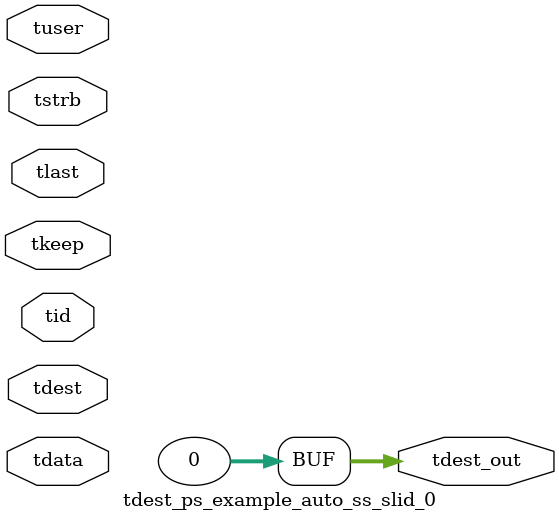
<source format=v>


`timescale 1ps/1ps

module tdest_ps_example_auto_ss_slid_0 #
(
parameter C_S_AXIS_TDATA_WIDTH = 32,
parameter C_S_AXIS_TUSER_WIDTH = 0,
parameter C_S_AXIS_TID_WIDTH   = 0,
parameter C_S_AXIS_TDEST_WIDTH = 0,
parameter C_M_AXIS_TDEST_WIDTH = 32
)
(
input  [(C_S_AXIS_TDATA_WIDTH == 0 ? 1 : C_S_AXIS_TDATA_WIDTH)-1:0     ] tdata,
input  [(C_S_AXIS_TUSER_WIDTH == 0 ? 1 : C_S_AXIS_TUSER_WIDTH)-1:0     ] tuser,
input  [(C_S_AXIS_TID_WIDTH   == 0 ? 1 : C_S_AXIS_TID_WIDTH)-1:0       ] tid,
input  [(C_S_AXIS_TDEST_WIDTH == 0 ? 1 : C_S_AXIS_TDEST_WIDTH)-1:0     ] tdest,
input  [(C_S_AXIS_TDATA_WIDTH/8)-1:0 ] tkeep,
input  [(C_S_AXIS_TDATA_WIDTH/8)-1:0 ] tstrb,
input                                                                    tlast,
output [C_M_AXIS_TDEST_WIDTH-1:0] tdest_out
);

assign tdest_out = {1'b0};

endmodule


</source>
